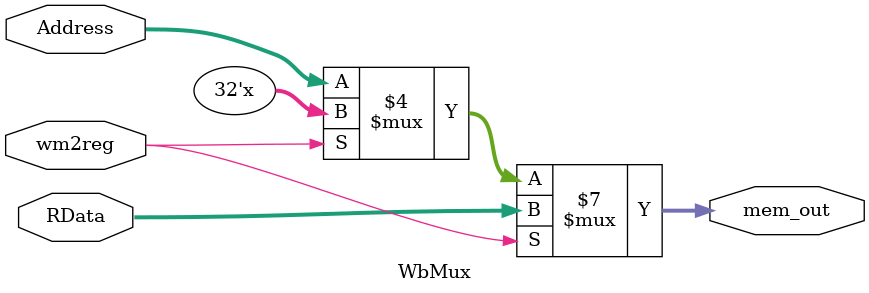
<source format=v>
module WbMux (Address, RData, wm2reg, mem_out);
        input [31:0] Address;
        input [31:0] RData;
        input wm2reg;
        output reg [31:0] mem_out;
        
        always@(*) begin
            if (wm2reg == 1) begin
                mem_out <= RData;
            end
            else if (wm2reg == 0) begin
                mem_out <= Address;
            end
        end
endmodule

</source>
